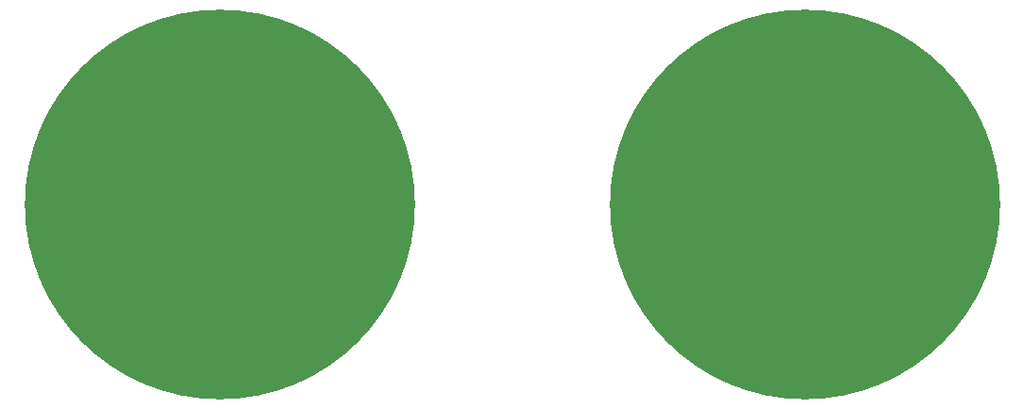
<source format=gtl>
G04*
G04 #@! TF.GenerationSoftware,Altium Limited,Altium Designer,20.0.13 (296)*
G04*
G04 Layer_Physical_Order=1*
G04 Layer_Color=255*
%FSLAX44Y44*%
%MOMM*%
G71*
G01*
G75*
%ADD13C,35.0000*%
D13*
X1200000Y800000D02*
D03*
X675000D02*
D03*
M02*

</source>
